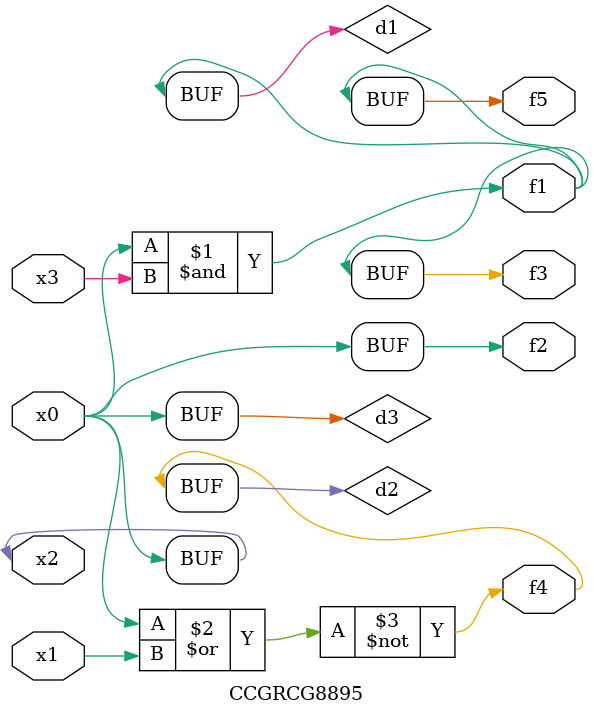
<source format=v>
module CCGRCG8895(
	input x0, x1, x2, x3,
	output f1, f2, f3, f4, f5
);

	wire d1, d2, d3;

	and (d1, x2, x3);
	nor (d2, x0, x1);
	buf (d3, x0, x2);
	assign f1 = d1;
	assign f2 = d3;
	assign f3 = d1;
	assign f4 = d2;
	assign f5 = d1;
endmodule

</source>
